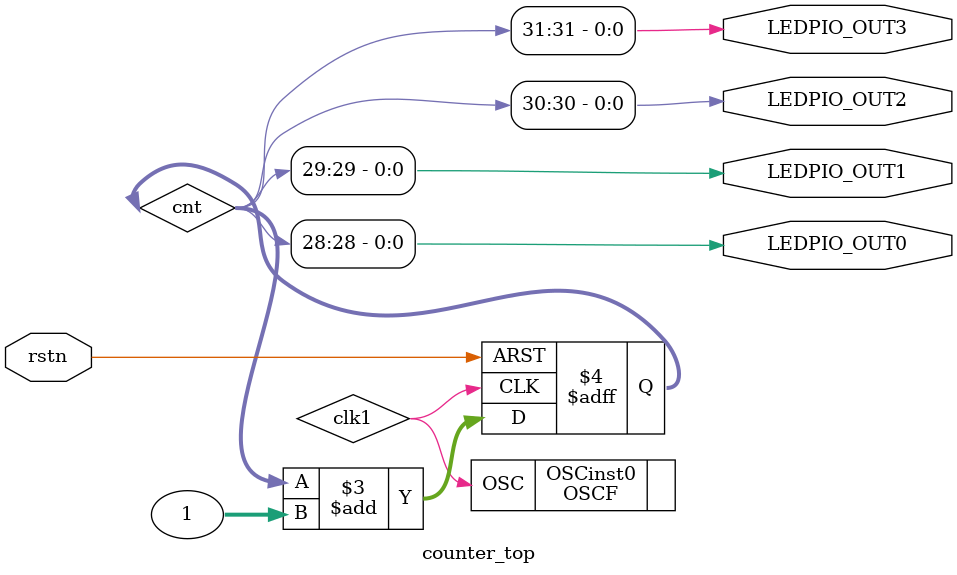
<source format=v>
module counter_top 
 (input rstn, 
  output LEDPIO_OUT0,
  output LEDPIO_OUT1,
  output LEDPIO_OUT2,
  output LEDPIO_OUT3
 );
// LatticeECP3 internal oscillator generates platform clock
wire clk1;
reg [31:0] cnt;

OSCF OSCinst0 (.OSC(clk1));
defparam OSCinst0.NOM_FREQ = "55.0" ;   

always@(posedge clk1 or negedge rstn)
 begin 
  if (!rstn)
   cnt = 0;
  else 
   cnt = cnt + 1; 
 end 

assign LEDPIO_OUT0 = cnt[28];
assign LEDPIO_OUT1 = cnt[29];
assign LEDPIO_OUT2 = cnt[30];
assign LEDPIO_OUT3 = cnt[31];

endmodule

</source>
